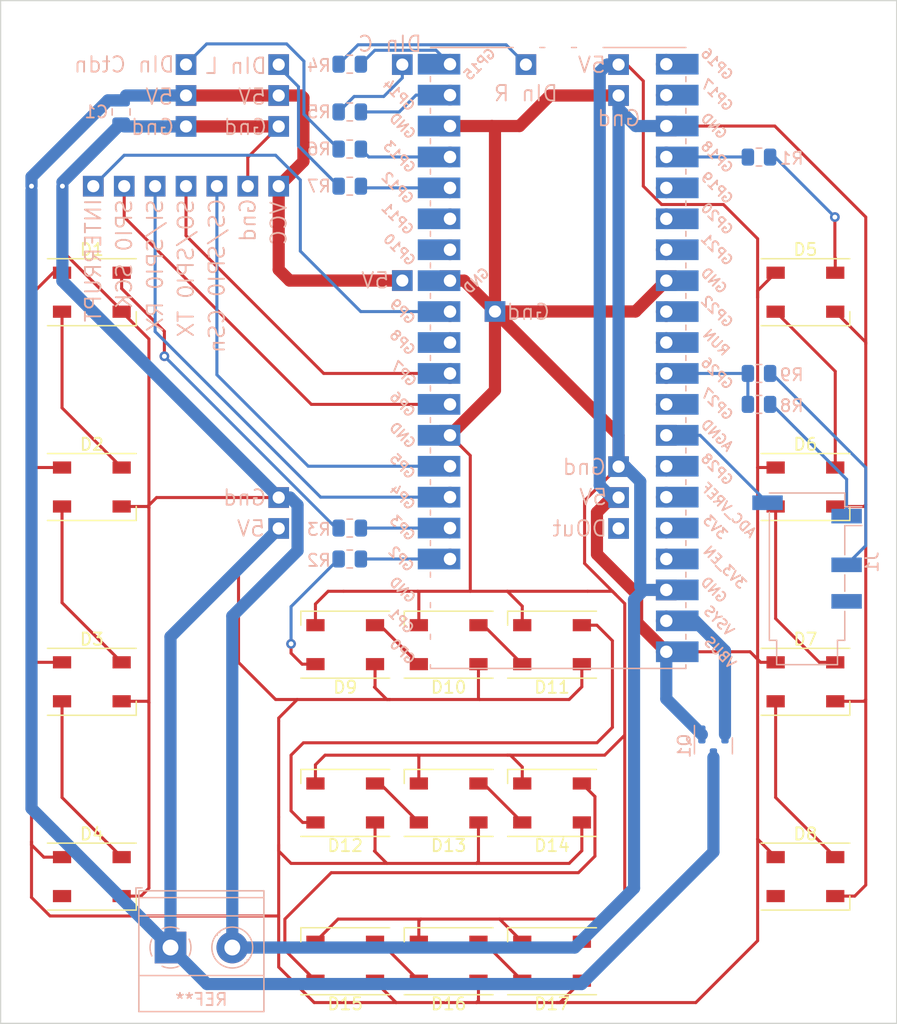
<source format=kicad_pcb>
(kicad_pcb (version 20221018) (generator pcbnew)
  (layers (0 "F.Cu" signal) (31 "B.Cu" signal) (34 "B.Paste" user) (35 "F.Paste" user) (36 "B.SilkS" user "B.Silkscreen") (37 "F.SilkS" user "F.Silkscreen") (38 "B.Mask" user) (39 "F.Mask" user) (44 "Edge.Cuts" user))
  (net 0 "")
  (net 3 "Net-(D10-DIN)")
  (net 5 "GND")
  (net 6 "Net-(D1-DIN)")
  (net 7 "Net-(D1-DOUT)")
  (net 8 "Net-(D2-DOUT)")
  (net 9 "Net-(D3-DOUT)")
  (net 10 "Net-(D5-DOUT)")
  (net 11 "Net-(D5-DIN)")
  (net 12 "Net-(D6-DOUT)")
  (net 13 "Net-(D7-DOUT)")
  (net 14 "Net-(D9-DIN)")
  (net 15 "Net-(D11-DOUT)")
  (net 16 "Net-(D12-DOUT)")
  (net 17 "Net-(D13-DOUT)")
  (net 18 "Net-(D14-DOUT)")
  (net 19 "Net-(D15-DOUT)")
  (net 20 "Net-(D16-DOUT)")
  (net 21 "Net-(D10-DOUT)")
  (net 22 "unconnected-(U1-GPIO5-Pad7)")
  (net 23 "unconnected-(U1-GPIO6-Pad9)")
  (net 24 "unconnected-(U1-GPIO7-Pad10)")
  (net 26 "unconnected-(U1-GPIO9-Pad12)")
  (net 41 "unconnected-(U1-GPIO4-Pad6)")
  (net 42 "Net-(U1-AGND)")
  (net 43 "Net-(U1-GPIO26_ADC0)")
  (net 45 "Net-(U1-GPIO18)")
  (net 46 "Net-(U1-GPIO2)")
  (net 47 "Net-(U1-GPIO3)")
  (net 48 "unconnected-(R4-Pad1)")
  (net 49 "Net-(U1-GPIO15)")
  (net 50 "unconnected-(R5-Pad1)")
  (net 51 "Net-(U1-GPIO14)")
  (net 52 "unconnected-(R6-Pad1)")
  (net 53 "Net-(U1-GPIO13)")
  (net 54 "unconnected-(R7-Pad1)")
  (net 55 "Net-(U1-GPIO12)")
  (net 56 "Net-(J1-PadR1)")
  (net 57 "Net-(J1-PadT)")
  (net 58 "Net-(Q1-S)")
  (net 59 "Net-(Q1-G)")
  (footprint "" (layer "F.Cu") (at 91.44 43.354)
    (fp_text reference "")
    (fp_text value "")
  )
  (footprint "LED_SMD:LED_SK6812_PLCC4_5.0x5.0mm_P3.2mm" (layer "F.Cu") (at 142.36 107.51)
    (fp_text reference "D8")
    (fp_text value "SK6812" hide)
  )
  (footprint "" (layer "F.Cu") (at 116.84 61.094)
    (fp_text reference "Gnd")
    (fp_text value "")
  )
  (footprint "" (layer "F.Cu") (at 99.06 40.814)
    (fp_text reference "DIn L")
    (fp_text value "")
  )
  (footprint "" (layer "F.Cu") (at 127 73.834)
    (fp_text reference "Gnd")
    (fp_text value "")
  )
  (footprint "" (layer "F.Cu") (at 127 43.354)
    (fp_text reference "Gnd")
    (fp_text value "")
  )
  (footprint "" (layer "F.Cu") (at 127 76.374)
    (fp_text reference "5V")
    (fp_text value "")
  )
  (footprint "LED_SMD:LED_SK6812_PLCC4_5.0x5.0mm_P3.2mm" (layer "F.Cu") (at 113.03 101.46 180)
    (fp_text reference "D13")
    (fp_text value "SK6812" hide)
  )
  (footprint "LED_SMD:LED_SK6812_PLCC4_5.0x5.0mm_P3.2mm" (layer "F.Cu") (at 142.36 91.51)
    (fp_text reference "D7")
    (fp_text value "SK6812" hide)
  )
  (footprint "LED_SMD:LED_SK6812_PLCC4_5.0x5.0mm_P3.2mm" (layer "F.Cu") (at 121.53 101.46 180)
    (fp_text reference "D14")
    (fp_text value "SK6812" hide)
  )
  (footprint "" (layer "F.Cu") (at 127 40.814)
    (fp_text reference "5V")
    (fp_text value "")
  )
  (footprint "LED_SMD:LED_SK6812_PLCC4_5.0x5.0mm_P3.2mm" (layer "F.Cu") (at 121.53 114.46 180)
    (fp_text reference "D17")
    (fp_text value "SK6812" hide)
  )
  (footprint "" (layer "F.Cu") (at 91.44 40.814)
    (fp_text reference "DIn Ctdn")
    (fp_text value "")
  )
  (footprint "" (layer "F.Cu") (at 99.06 78.914)
    (fp_text reference "5V")
    (fp_text value "")
  )
  (footprint "" (layer "F.Cu") (at 109.22 58.554)
    (fp_text reference "5V")
    (fp_text value "")
  )
  (footprint "LED_SMD:LED_SK6812_PLCC4_5.0x5.0mm_P3.2mm" (layer "F.Cu") (at 104.53 88.46 180)
    (fp_text reference "D9")
    (fp_text value "SK6812" hide)
  )
  (footprint "LED_SMD:LED_SK6812_PLCC4_5.0x5.0mm_P3.2mm" (layer "F.Cu") (at 142.36 59.51)
    (fp_text reference "D5")
    (fp_text value "SK6812" hide)
  )
  (footprint "LED_SMD:LED_SK6812_PLCC4_5.0x5.0mm_P3.2mm" (layer "F.Cu") (at 83.7 107.51)
    (fp_text reference "D4")
    (fp_text value "SK6812" hide)
  )
  (footprint "" (layer "F.Cu") (at 99.06 45.894)
    (fp_text reference "Gnd")
    (fp_text value "")
  )
  (footprint "LED_SMD:LED_SK6812_PLCC4_5.0x5.0mm_P3.2mm" (layer "F.Cu") (at 121.53 88.46 180)
    (fp_text reference "D11")
    (fp_text value "SK6812" hide)
  )
  (footprint "" (layer "F.Cu") (at 119.38 40.814)
    (fp_text reference "DIn R")
    (fp_text value "")
  )
  (footprint "" (layer "F.Cu") (at 91.44 45.894)
    (fp_text reference "")
    (fp_text value "")
  )
  (footprint "LED_SMD:LED_SK6812_PLCC4_5.0x5.0mm_P3.2mm" (layer "F.Cu") (at 113.03 114.46 180)
    (fp_text reference "D16")
    (fp_text value "SK6812" hide)
  )
  (footprint "" (layer "F.Cu") (at 127 78.914)
    (fp_text reference "DOut")
    (fp_text value "")
  )
  (footprint "LED_SMD:LED_SK6812_PLCC4_5.0x5.0mm_P3.2mm" (layer "F.Cu") (at 104.53 114.46 180)
    (fp_text reference "D15")
    (fp_text value "SK6812" hide)
  )
  (footprint "LED_SMD:LED_SK6812_PLCC4_5.0x5.0mm_P3.2mm" (layer "F.Cu") (at 142.36 75.51)
    (fp_text reference "D6")
    (fp_text value "SK6812" hide)
  )
  (footprint "" (layer "F.Cu") (at 109.22 40.814)
    (fp_text reference "DIn C")
    (fp_text value "")
  )
  (footprint "LED_SMD:LED_SK6812_PLCC4_5.0x5.0mm_P3.2mm" (layer "F.Cu") (at 83.7 91.51)
    (fp_text reference "D3")
    (fp_text value "SK6812" hide)
  )
  (footprint "LED_SMD:LED_SK6812_PLCC4_5.0x5.0mm_P3.2mm" (layer "F.Cu") (at 83.7 59.51)
    (fp_text reference "D1")
    (fp_text value "SK6812" hide)
  )
  (footprint "" (layer "F.Cu") (at 99.06 76.374)
    (fp_text reference "Gnd")
    (fp_text value "")
  )
  (footprint "LED_SMD:LED_SK6812_PLCC4_5.0x5.0mm_P3.2mm" (layer "F.Cu") (at 83.7 75.51)
    (fp_text reference "D2")
    (fp_text value "SK6812" hide)
  )
  (footprint "LED_SMD:LED_SK6812_PLCC4_5.0x5.0mm_P3.2mm" (layer "F.Cu") (at 104.53 101.46 180)
    (fp_text reference "D12")
    (fp_text value "SK6812" hide)
  )
  (footprint "" (layer "F.Cu") (at 99.06 43.354)
    (fp_text reference "5V")
    (fp_text value "")
  )
  (footprint "LED_SMD:LED_SK6812_PLCC4_5.0x5.0mm_P3.2mm" (layer "F.Cu") (at 113.03 88.46 180)
    (fp_text reference "D10")
    (fp_text value "SK6812" hide)
  )
  (footprint "Resistor_SMD:R_0805_2012Metric" (layer "B.Cu") (at 104.902 78.882518 180)
    (fp_text reference "R3")
    (fp_text value "470" hide)
  )
  (footprint "" (layer "B.Cu") (at 86.36 50.8 90)
    (fp_text reference "SPI0 SCK")
    (fp_text value "")
  )
  (footprint "Resistor_SMD:R_0805_2012Metric" (layer "B.Cu") (at 138.541377 48.411752)
    (fp_text reference "R1")
    (fp_text value "470" hide)
  )
  (footprint "Resistor_SMD:R_0805_2012Metric" (layer "B.Cu") (at 138.541377 68.722518)
    (fp_text reference "R8")
    (fp_text value "470" hide)
  )
  (footprint "TerminalBlock_Phoenix:TerminalBlock_Phoenix_MKDS-1,5-2-5.08_1x02_P5.08mm_Horizontal" (layer "B.Cu") (at 90.165 113.335)
    (fp_text reference "REF**")
    (fp_text value "TerminalBlock_Phoenix_MKDS-1,5-2-5.08_1x02_P5.08mm_Horizontal" hide)
  )
  (footprint "Capacitor_SMD:C_0805_2012Metric" (layer "B.Cu") (at 86.106 44.704 -90)
    (fp_text reference "C1")
    (fp_text value "1mf" hide)
  )
  (footprint "" (layer "B.Cu") (at 99.06 50.8 90)
    (fp_text reference "VCC")
    (fp_text value "")
  )
  (footprint "" (layer "B.Cu") (at 83.82 50.8 90)
    (fp_text reference "INTERRUPT")
    (fp_text value "")
  )
  (footprint "Resistor_SMD:R_0805_2012Metric" (layer "B.Cu") (at 138.541377 66.182518)
    (fp_text reference "R9")
    (fp_text value "470" hide)
  )
  (footprint "Resistor_SMD:R_0805_2012Metric" (layer "B.Cu") (at 104.902 44.704)
    (fp_text reference "R5")
    (fp_text value "470" hide)
  )
  (footprint "" (layer "B.Cu") (at 91.44 50.8 90)
    (fp_text reference "SO/SPI0 TX")
    (fp_text value "")
  )
  (footprint "Resistor_SMD:R_0805_2012Metric" (layer "B.Cu") (at 104.902 47.752)
    (fp_text reference "R6")
    (fp_text value "470" hide)
  )
  (footprint "MCU_RaspberryPi_and_Boards:RPi_Pico_SMD_TH_Voicebox" (layer "B.Cu") (at 122.031377 64.912518)
    (fp_text reference "U1" hide)
    (fp_text value "Pico")
  )
  (footprint "" (layer "B.Cu") (at 88.9 50.8 90)
    (fp_text reference "SI/SPI0 RX")
    (fp_text value "")
  )
  (footprint "" (layer "B.Cu") (at 93.98 50.8 90)
    (fp_text reference "CS/SPI0 CSn")
    (fp_text value "")
  )
  (footprint "Resistor_SMD:R_0805_2012Metric" (layer "B.Cu") (at 104.902 81.422518 180)
    (fp_text reference "R2")
    (fp_text value "470" hide)
  )
  (footprint "Resistor_SMD:R_0805_2012Metric" (layer "B.Cu") (at 104.902 50.8)
    (fp_text reference "R7")
    (fp_text value "470" hide)
  )
  (footprint "" (layer "B.Cu") (at 96.52 50.8 90)
    (fp_text reference "Gnd")
    (fp_text value "")
  )
  (footprint "Package_TO_SOT_SMD:SOT-23" (layer "B.Cu") (at 134.7955 96.774 -90)
    (fp_text reference "Q1")
    (fp_text value "DMG2305UX")
  )
  (footprint "Connector_Audio:Jack_3.5mm_PJ320D_Horizontal" (layer "B.Cu") (at 142.494 81.727 90)
    (fp_text reference "J1")
    (fp_text value "AudioJack4")
  )
  (footprint "Resistor_SMD:R_0805_2012Metric" (layer "B.Cu") (at 104.902 40.782518)
    (fp_text reference "R4")
    (fp_text value "470" hide)
  )
  (gr_line (start 149.86 35.56) (end 76.2 35.56) (stroke (width 0.1)) (layer "Edge.Cuts"))
  (gr_line (start 76.2 35.56) (end 76.2 119.56) (stroke (width 0.1)) (layer "Edge.Cuts"))
  (gr_line (start 149.86 119.56) (end 149.86 35.56) (stroke (width 0.1)) (layer "Edge.Cuts"))
  (gr_line (start 76.2 119.56) (end 149.86 119.56) (stroke (width 0.1)) (layer "Edge.Cuts"))
  (gr_text "5V" (at 89.239271 43.455966) (layer "B.SilkS") (effects (font (size 1.27 1.27)) (justify mirror)))
  (gr_text "Gnd" (at 88.693636 45.9477) (layer "B.SilkS") (effects (font (size 1.27 1.27)) (justify mirror)))
  (segment (start 106.98 86.86) (end 107.38 86.86) (width 0.25) (layer "F.Cu") (net 3))
  (segment (start 107.38 86.86) (end 110.58 90.06) (width 0.25) (layer "F.Cu") (net 3))
  (segment (start 116.84 67.563895) (end 116.84 61.094) (width 1) (layer "F.Cu") (net 5))
  (segment (start 127.508 109.474) (end 125.984 110.998) (width 0.25) (layer "F.Cu") (net 5))
  (segment (start 87.74 109.11) (end 86.15 109.11) (width 0.25) (layer "F.Cu") (net 5))
  (segment (start 124.46 84.074) (end 126.492 84.074) (width 0.25) (layer "F.Cu") (net 5))
  (segment (start 118.11 97.536) (end 117.856 97.536) (width 0.25) (layer "F.Cu") (net 5))
  (segment (start 116.84 61.482) (end 116.452 61.094) (width 0.25) (layer "F.Cu") (net 5))
  (segment (start 126.746 84.328) (end 124.206 81.788) (width 0.25) (layer "F.Cu") (net 5))
  (segment (start 130.809895 84.074) (end 130.921377 83.962518) (width 0.25) (layer "F.Cu") (net 5))
  (segment (start 86.15 61.11) (end 88.392 63.352) (width 0.25) (layer "F.Cu") (net 5))
  (segment (start 127 43.354) (end 127.08 43.354) (width 0.25) (layer "F.Cu") (net 5))
  (segment (start 147.32 76.962) (end 147.32 92.964) (width 0.25) (layer "F.Cu") (net 5))
  (segment (start 147.32 63.62) (end 147.32 63.754) (width 0.25) (layer "F.Cu") (net 5))
  (segment (start 131.041859 45.983) (end 130.921377 45.862518) (width 0.25) (layer "F.Cu") (net 5))
  (segment (start 88.286 77.11) (end 88.392 77.216) (width 0.25) (layer "F.Cu") (net 5))
  (segment (start 144.81 61.11) (end 147.32 63.62) (width 0.25) (layer "F.Cu") (net 5))
  (segment (start 104.394 84.074) (end 103.124 84.074) (width 0.25) (layer "F.Cu") (net 5))
  (segment (start 110.58 99.86) (end 110.58 97.626) (width 0.25) (layer "F.Cu") (net 5))
  (segment (start 103.124 84.074) (end 102.08 85.118) (width 0.25) (layer "F.Cu") (net 5))
  (segment (start 86.15 77.11) (end 88.286 77.11) (width 0.25) (layer "F.Cu") (net 5))
  (segment (start 110.58 111.162) (end 110.744 110.998) (width 0.25) (layer "F.Cu") (net 5))
  (segment (start 88.392 63.352) (end 88.392 77.216) (width 0.25) (layer "F.Cu") (net 5))
  (segment (start 114.808 84.074) (end 110.49 84.074) (width 0.25) (layer "F.Cu") (net 5))
  (segment (start 119.08 99.86) (end 119.08 98.506) (width 0.25) (layer "F.Cu") (net 5))
  (segment (start 147.32 63.754) (end 147.32 53.34) (width 0.25) (layer "F.Cu") (net 5))
  (segment (start 86.15 93.11) (end 88.284 93.11) (width 0.25) (layer "F.Cu") (net 5))
  (segment (start 126.746 84.328) (end 127.508 85.09) (width 0.25) (layer "F.Cu") (net 5))
  (segment (start 116.586 45.862518) (end 113.141377 45.862518) (width 1) (layer "F.Cu") (net 5))
  (segment (start 99.06 45.894) (end 92.282 45.894) (width 1) (layer "F.Cu") (net 5))
  (segment (start 117.856 97.536) (end 110.49 97.536) (width 0.25) (layer "F.Cu") (net 5))
  (segment (start 88.392 77.216) (end 88.392 93.218) (width 0.25) (layer "F.Cu") (net 5))
  (segment (start 144.81 93.11) (end 147.174 93.11) (width 0.25) (layer "F.Cu") (net 5))
  (segment (start 110.58 97.626) (end 110.49 97.536) (width 0.25) (layer "F.Cu") (net 5))
  (segment (start 110.58 84.164) (end 110.49 84.074) (width 0.25) (layer "F.Cu") (net 5))
  (segment (start 99.091482 45.862518) (end 99.06 45.894) (width 0.25) (layer "F.Cu") (net 5))
  (segment (start 119.08 86.86) (end 119.08 85.298) (width 0.25) (layer "F.Cu") (net 5))
  (segment (start 114.808 72.929141) (end 113.141377 71.262518) (width 0.25) (layer "F.Cu") (net 5))
  (segment (start 113.141377 71.262518) (end 116.84 67.563895) (width 1) (layer "F.Cu") (net 5))
  (segment (start 125.984 110.998) (end 117.218 110.998) (width 0.25) (layer "F.Cu") (net 5))
  (segment (start 118.851482 45.862518) (end 121.36 43.354) (width 1) (layer "F.Cu") (net 5))
  (segment (start 127.508 95.885) (end 125.857 97.536) (width 0.25) (layer "F.Cu") (net 5))
  (segment (start 119.08 85.298) (end 117.856 84.074) (width 0.25) (layer "F.Cu") (net 5))
  (segment (start 139.842518 45.862518) (end 147.32 53.34) (width 0.25) (layer "F.Cu") (net 5))
  (segment (start 86.15 61.004) (end 86.15 61.11) (width 0.25) (layer "F.Cu") (net 5))
  (segment (start 96.52 50.8) (end 96.52 48.434) (width 0.25) (layer "F.Cu") (net 5))
  (segment (start 102.87 97.536) (end 102.08 98.326) (width 0.25) (layer "F.Cu") (net 5))
  (segment (start 147.174 93.11) (end 147.32 92.964) (width 0.25) (layer "F.Cu") (net 5))
  (segment (start 88.284 93.11) (end 88.392 93.218) (width 0.25) (layer "F.Cu") (net 5))
  (segment (start 125.857 97.536) (end 117.856 97.536) (width 0.25) (layer "F.Cu") (net 5))
  (segment (start 127.56 73.834) (end 127 73.834) (width 1) (layer "F.Cu") (net 5))
  (segment (start 81.28 56.134) (end 86.15 61.004) (width 0.25) (layer "F.Cu") (net 5))
  (segment (start 110.744 110.998) (end 103.942 110.998) (width 0.25) (layer "F.Cu") (net 5))
  (segment (start 116.84 61.094) (end 116.84 46.116518) (width 1) (layer "F.Cu") (net 5))
  (segment (start 116.84 61.094) (end 128.389895 61.094) (width 1) (layer "F.Cu") (net 5))
  (segment (start 110.49 84.074) (end 104.394 84.074) (width 0.25) (layer "F.Cu") (net 5))
  (segment (start 119.08 112.86) (end 117.218 110.998) (width 0.25) (layer "F.Cu") (net 5))
  (segment (start 118.851482 45.862518) (end 116.586 45.862518) (width 1) (layer "F.Cu") (net 5))
  (segment (start 102.08 85.118) (end 102.08 86.86) (width 0.25) (layer "F.Cu") (net 5))
  (segment (start 127.508 95.885) (end 127.508 109.474) (width 0.25) (layer "F.Cu") (net 5))
  (segment (start 127.508 85.09) (end 127.508 95.885) (width 0.25) (layer "F.Cu") (net 5))
  (segment (start 88.392 108.458) (end 87.74 109.11) (width 0.25) (layer "F.Cu") (net 5))
  (segment (start 121.36 43.354) (end 127 43.354) (width 1) (layer "F.Cu") (net 5))
  (segment (start 113.141377 58.562518) (end 114.308518 58.562518) (width 1) (layer "F.Cu") (net 5))
  (segment (start 127 73.834) (end 127 71.254) (width 1) (layer "F.Cu") (net 5))
  (segment (start 130.921377 45.862518) (end 139.842518 45.862518) (width 0.25) (layer "F.Cu") (net 5))
  (segment (start 110.58 86.86) (end 110.58 84.164) (width 0.25) (layer "F.Cu") (net 5))
  (segment (start 103.942 110.998) (end 102.08 112.86) (width 0.25) (layer "F.Cu") (net 5))
  (segment (start 89.022 76.374) (end 88.286 77.11) (width 0.25) (layer "F.Cu") (net 5))
  (segment (start 117.218 110.998) (end 110.744 110.998) (width 0.25) (layer "F.Cu") (net 5))
  (segment (start 147.172 77.11) (end 147.32 76.962) (width 0.25) (layer "F.Cu") (net 5))
  (segment (start 116.84 46.116518) (end 116.586 45.862518) (width 1) (layer "F.Cu") (net 5))
  (segment (start 147.32 92.964) (end 147.32 108.204) (width 0.25) (layer "F.Cu") (net 5))
  (segment (start 88.392 93.218) (end 88.392 108.458) (width 0.25) (layer "F.Cu") (net 5))
  (segment (start 81.28 50.48) (end 81.28 50.8) (width 0.25) (layer "F.Cu") (net 5))
  (segment (start 117.856 84.074) (end 124.46 84.074) (width 0.25) (layer "F.Cu") (net 5))
  (segment (start 99.06 76.374) (end 89.022 76.374) (width 0.25) (layer "F.Cu") (net 5))
  (segment (start 144.81 77.11) (end 147.172 77.11) (width 0.25) (layer "F.Cu") (net 5))
  (segment (start 147.32 63.754) (end 147.32 76.962) (width 0.25) (layer "F.Cu") (net 5))
  (segment (start 119.08 98.506) (end 118.11 97.536) (width 0.25) (layer "F.Cu") (net 5))
  (segment (start 117.856 84.074) (end 114.808 84.074) (width 0.25) (layer "F.Cu") (net 5))
  (segment (start 81.28 50.8) (end 81.28 56.134) (width 0.25) (layer "F.Cu") (net 5))
  (segment (start 96.52 48.434) (end 99.06 45.894) (width 0.25) (layer "F.Cu") (net 5))
  (segment (start 102.08 98.326) (end 102.08 99.86) (width 0.25) (layer "F.Cu") (net 5))
  (segment (start 124.206 81.788) (end 124.206 76.628) (width 0.25) (layer "F.Cu") (net 5))
  (segment (start 114.808 72.929141) (end 114.808 84.074) (width 0.25) (layer "F.Cu") (net 5))
  (segment (start 124.206 76.628) (end 127 73.834) (width 0.25) (layer "F.Cu") (net 5))
  (segment (start 114.308518 58.562518) (end 116.84 61.094) (width 1) (layer "F.Cu") (net 5))
  (segment (start 126.492 84.074) (end 126.746 84.328) (width 0.25) (layer "F.Cu") (net 5))
  (segment (start 110.58 112.86) (end 110.58 111.162) (width 0.25) (layer "F.Cu") (net 5))
  (segment (start 147.32 108.204) (end 146.414 109.11) (width 0.25) (layer "F.Cu") (net 5))
  (segment (start 110.49 97.536) (end 102.87 97.536) (width 0.25) (layer "F.Cu") (net 5))
  (segment (start 146.414 109.11) (end 144.81 109.11) (width 0.25) (layer "F.Cu") (net 5))
  (segment (start 127 71.254) (end 116.84 61.094) (width 1) (layer "F.Cu") (net 5))
  (segment (start 128.389895 61.094) (end 130.921377 58.562518) (width 1) (layer "F.Cu") (net 5))
  (via (at 81.28 50.8) (size 0.8) (drill 0.4) (layers "F.Cu" "B.Cu") (net 5))
  (segment (start 81.28 50.8) (end 81.28 50.546) (width 0.25) (layer "B.Cu") (net 5))
  (segment (start 100.61 76.988) (end 99.996 76.374) (width 1) (layer "B.Cu") (net 5))
  (segment (start 99.996 76.374) (end 99.06 76.374) (width 1) (layer "B.Cu") (net 5))
  (segment (start 86.346 45.894) (end 86.106 45.654) (width 0.25) (layer "B.Cu") (net 5))
  (segment (start 127.56 73.834) (end 128.778 75.052) (width 1) (layer "B.Cu") (net 5))
  (segment (start 99.06 76.374) (end 81.28 58.594) (width 1) (layer "B.Cu") (net 5))
  (segment (start 128.778 83.669141) (end 129.071377 83.962518) (width 1) (layer "B.Cu") (net 5))
  (segment (start 128.778 75.052) (end 128.778 83.669141) (width 1) (layer "B.Cu") (net 5))
  (segment (start 91.44 45.894) (end 86.346 45.894) (width 1) (layer "B.Cu") (net 5))
  (segment (start 123.393 113.335) (end 128.27 108.458) (width 1) (layer "B.Cu") (net 5))
  (segment (start 95.245 113.335) (end 95.245 86.111) (width 1) (layer "B.Cu") (net 5))
  (segment (start 127 73.834) (end 127 43.354) (width 1) (layer "B.Cu") (net 5))
  (segment (start 127 44.45) (end 128.412518 45.862518) (width 1) (layer "B.Cu") (net 5))
  (segment (start 128.27 84.763895) (end 129.071377 83.962518) (width 1) (layer "B.Cu") (net 5))
  (segment (start 100.61 80.746) (end 100.61 76.988) (width 1) (layer "B.Cu") (net 5))
  (segment (start 128.27 108.458) (end 128.27 84.763895) (width 1) (layer "B.Cu") (net 5))
  (segment (start 95.245 86.111) (end 100.61 80.746) (width 1) (layer "B.Cu") (net 5))
  (segment (start 86.106 45.654) (end 81.28 50.48) (width 1) (layer "B.Cu") (net 5))
  (segment (start 81.28 58.594) (end 81.28 50.8) (width 1) (layer "B.Cu") (net 5))
  (segment (start 95.245 113.335) (end 123.393 113.335) (width 1) (layer "B.Cu") (net 5))
  (segment (start 129.071377 83.962518) (end 130.921377 83.962518) (width 1) (layer "B.Cu") (net 5))
  (segment (start 128.412518 45.862518) (end 130.921377 45.862518) (width 1) (layer "B.Cu") (net 5))
  (segment (start 127 43.354) (end 127 44.45) (width 1) (layer "B.Cu") (net 5))
  (segment (start 86.15 59.21) (end 86.15 57.91) (width 0.25) (layer "F.Cu") (net 6))
  (segment (start 89.662 62.722) (end 86.15 59.21) (width 0.25) (layer "F.Cu") (net 6))
  (segment (start 89.662 64.77) (end 89.662 62.722) (width 0.25) (layer "F.Cu") (net 6))
  (via (at 89.662 64.77) (size 0.8) (drill 0.4) (layers "F.Cu" "B.Cu") (net 6))
  (segment (start 103.9895 78.882518) (end 103.774518 78.882518) (width 0.25) (layer "B.Cu") (net 6))
  (segment (start 103.774518 78.882518) (end 89.662 64.77) (width 0.25) (layer "B.Cu") (net 6))
  (segment (start 81.25 61.11) (end 81.25 69.01) (width 0.25) (layer "F.Cu") (net 7))
  (segment (start 81.25 69.01) (end 86.15 73.91) (width 0.25) (layer "F.Cu") (net 7))
  (segment (start 81.25 77.11) (end 81.25 85.01) (width 0.25) (layer "F.Cu") (net 8))
  (segment (start 81.25 85.01) (end 86.15 89.91) (width 0.25) (layer "F.Cu") (net 8))
  (segment (start 81.25 101.01) (end 86.15 105.91) (width 0.25) (layer "F.Cu") (net 9))
  (segment (start 81.25 93.11) (end 81.25 101.01) (width 0.25) (layer "F.Cu") (net 9))
  (segment (start 144.81 73.91) (end 144.81 66.01) (width 0.25) (layer "F.Cu") (net 10))
  (segment (start 144.81 66.01) (end 139.91 61.11) (width 0.25) (layer "F.Cu") (net 10))
  (segment (start 144.78 56.642) (end 144.81 56.672) (width 0.25) (layer "F.Cu") (net 11))
  (segment (start 144.78 53.34) (end 144.78 56.642) (width 0.25) (layer "F.Cu") (net 11))
  (segment (start 144.81 57.91) (end 144.81 56.672) (width 0.25) (layer "F.Cu") (net 11))
  (via (at 144.78 53.34) (size 0.8) (drill 0.4) (layers "F.Cu" "B.Cu") (net 11))
  (segment (start 144.78 53.34) (end 139.851752 48.411752) (width 0.25) (layer "B.Cu") (net 11))
  (segment (start 144.78 53.086) (end 144.78 53.34) (width 0.25) (layer "B.Cu") (net 11))
  (segment (start 139.851752 48.411752) (end 139.453877 48.411752) (width 0.25) (layer "B.Cu") (net 11))
  (segment (start 144.81 89.91) (end 143.504 89.91) (width 0.25) (layer "F.Cu") (net 12))
  (segment (start 143.504 89.91) (end 139.91 86.316) (width 0.25) (layer "F.Cu") (net 12))
  (segment (start 139.91 86.316) (end 139.91 77.11) (width 0.25) (layer "F.Cu") (net 12))
  (segment (start 139.91 101.01) (end 144.81 105.91) (width 0.25) (layer "F.Cu") (net 13))
  (segment (start 139.91 93.11) (end 139.91 101.01) (width 0.25) (layer "F.Cu") (net 13))
  (segment (start 100.076 88.392) (end 100.076 89.154) (width 0.25) (layer "F.Cu") (net 14))
  (segment (start 100.982 90.06) (end 102.08 90.06) (width 0.25) (layer "F.Cu") (net 14))
  (segment (start 100.076 89.154) (end 100.982 90.06) (width 0.25) (layer "F.Cu") (net 14))
  (via (at 100.076 88.392) (size 0.8) (drill 0.4) (layers "F.Cu" "B.Cu") (net 14))
  (segment (start 100.076 88.392) (end 100.076 88.138) (width 0.25) (layer "B.Cu") (net 14))
  (segment (start 103.9895 81.422518) (end 100.076 85.336018) (width 0.25) (layer "B.Cu") (net 14))
  (segment (start 100.076 85.336018) (end 100.076 88.392) (width 0.25) (layer "B.Cu") (net 14))
  (segment (start 100.076 97.536) (end 100.076 102.108) (width 0.25) (layer "F.Cu") (net 15))
  (segment (start 100.076 102.108) (end 101.028 103.06) (width 0.25) (layer "F.Cu") (net 15))
  (segment (start 101.028 103.06) (end 102.08 103.06) (width 0.25) (layer "F.Cu") (net 15))
  (segment (start 126.492 88.138) (end 126.492 95.25) (width 0.25) (layer "F.Cu") (net 15))
  (segment (start 125.222 96.52) (end 101.092 96.52) (width 0.25) (layer "F.Cu") (net 15))
  (segment (start 101.092 96.52) (end 100.076 97.536) (width 0.25) (layer "F.Cu") (net 15))
  (segment (start 126.492 95.25) (end 125.222 96.52) (width 0.25) (layer "F.Cu") (net 15))
  (segment (start 125.214 86.86) (end 126.492 88.138) (width 0.25) (layer "F.Cu") (net 15))
  (segment (start 123.98 86.86) (end 125.214 86.86) (width 0.25) (layer "F.Cu") (net 15))
  (segment (start 107.38 99.86) (end 110.58 103.06) (width 0.25) (layer "F.Cu") (net 16))
  (segment (start 106.98 99.86) (end 107.38 99.86) (width 0.25) (layer "F.Cu") (net 16))
  (segment (start 115.48 99.86) (end 115.88 99.86) (width 0.25) (layer "F.Cu") (net 17))
  (segment (start 115.88 99.86) (end 119.08 103.06) (width 0.25) (layer "F.Cu") (net 17))
  (segment (start 123.98 99.86) (end 125.055 100.935) (width 0.25) (layer "F.Cu") (net 18))
  (segment (start 125.055 100.935) (end 125.055 105.831) (width 0.25) (layer "F.Cu") (net 18))
  (segment (start 99.568 113.538) (end 102.08 116.05) (width 0.25) (layer "F.Cu") (net 18))
  (segment (start 99.568 110.998) (end 99.568 113.538) (width 0.25) (layer "F.Cu") (net 18))
  (segment (start 125.055 105.831) (end 123.698 107.188) (width 0.25) (layer "F.Cu") (net 18))
  (segment (start 102.08 116.05) (end 102.08 116.06) (width 0.25) (layer "F.Cu") (net 18))
  (segment (start 123.698 107.188) (end 103.378 107.188) (width 0.25) (layer "F.Cu") (net 18))
  (segment (start 103.378 107.188) (end 99.568 110.998) (width 0.25) (layer "F.Cu") (net 18))
  (segment (start 107.38 112.86) (end 110.58 116.06) (width 0.25) (layer "F.Cu") (net 19))
  (segment (start 106.98 112.86) (end 107.38 112.86) (width 0.25) (layer "F.Cu") (net 19))
  (segment (start 115.88 112.86) (end 119.08 116.06) (width 0.25) (layer "F.Cu") (net 20))
  (segment (start 115.48 112.86) (end 115.88 112.86) (width 0.25) (layer "F.Cu") (net 20))
  (segment (start 115.88 86.86) (end 119.08 90.06) (width 0.25) (layer "F.Cu") (net 21))
  (segment (start 115.48 86.86) (end 115.88 86.86) (width 0.25) (layer "F.Cu") (net 21))
  (segment (start 93.98 66.294) (end 101.488518 73.802518) (width 0.25) (layer "B.Cu") (net 22))
  (segment (start 101.488518 73.802518) (end 113.141377 73.802518) (width 0.25) (layer "B.Cu") (net 22))
  (segment (start 93.98 50.8) (end 93.98 66.294) (width 0.25) (layer "B.Cu") (net 22))
  (segment (start 101.742518 68.722518) (end 113.141377 68.722518) (width 0.25) (layer "F.Cu") (net 23))
  (segment (start 101.742518 68.722518) (end 86.36 53.34) (width 0.25) (layer "F.Cu") (net 23))
  (segment (start 86.36 53.34) (end 86.36 50.8) (width 0.25) (layer "F.Cu") (net 23))
  (segment (start 102.758518 66.182518) (end 113.141377 66.182518) (width 0.25) (layer "F.Cu") (net 24))
  (segment (start 91.44 50.8) (end 91.44 54.864) (width 0.25) (layer "F.Cu") (net 24))
  (segment (start 91.44 54.864) (end 102.758518 66.182518) (width 0.25) (layer "F.Cu") (net 24))
  (segment (start 86.36 48.26) (end 83.82 50.8) (width 0.25) (layer "B.Cu") (net 26))
  (segment (start 100.838 50.292) (end 98.806 48.26) (width 0.25) (layer "B.Cu") (net 26))
  (segment (start 100.838 56.134) (end 100.838 50.292) (width 0.25) (layer "B.Cu") (net 26))
  (segment (start 105.806518 61.102518) (end 100.838 56.134) (width 0.25) (layer "B.Cu") (net 26))
  (segment (start 98.806 48.26) (end 86.36 48.26) (width 0.25) (layer "B.Cu") (net 26))
  (segment (start 113.141377 61.102518) (end 105.806518 61.102518) (width 0.25) (layer "B.Cu") (net 26))
  (segment (start 88.9 62.738) (end 88.9 50.8) (width 0.25) (layer "B.Cu") (net 41))
  (segment (start 113.141377 76.342518) (end 102.504518 76.342518) (width 0.25) (layer "B.Cu") (net 41))
  (segment (start 102.504518 76.342518) (end 88.9 62.738) (width 0.25) (layer "B.Cu") (net 41))
  (segment (start 133.704518 71.262518) (end 130.921377 71.262518) (width 0.25) (layer "B.Cu") (net 42))
  (segment (start 139.244 76.802) (end 133.704518 71.262518) (width 0.25) (layer "B.Cu") (net 42))
  (segment (start 137.628877 66.182518) (end 130.921377 66.182518) (width 0.25) (layer "B.Cu") (net 43))
  (segment (start 137.628877 66.182518) (end 137.628877 68.722518) (width 0.25) (layer "B.Cu") (net 43))
  (segment (start 137.619643 48.402518) (end 130.921377 48.402518) (width 0.25) (layer "B.Cu") (net 45))
  (segment (start 137.628877 48.411752) (end 137.619643 48.402518) (width 0.25) (layer "B.Cu") (net 45))
  (segment (start 113.141377 81.422518) (end 105.8145 81.422518) (width 0.25) (layer "B.Cu") (net 46))
  (segment (start 113.141377 78.882518) (end 105.8145 78.882518) (width 0.25) (layer "B.Cu") (net 47))
  (segment (start 117.755 39.189) (end 105.583018 39.189) (width 0.25) (layer "B.Cu") (net 48))
  (segment (start 105.583018 39.189) (end 103.9895 40.782518) (width 0.25) (layer "B.Cu") (net 48))
  (segment (start 119.38 40.814) (end 117.755 39.189) (width 0.25) (layer "B.Cu") (net 48))
  (segment (start 111.997859 39.639) (end 106.958018 39.639) (width 0.25) (layer "B.Cu") (net 49))
  (segment (start 113.141377 40.782518) (end 111.997859 39.639) (width 0.25) (layer "B.Cu") (net 49))
  (segment (start 106.958018 39.639) (end 105.8145 40.782518) (width 0.25) (layer "B.Cu") (net 49))
  (segment (start 103.9895 44.704) (end 105.2595 43.434) (width 0.25) (layer "B.Cu") (net 50))
  (segment (start 105.2595 43.434) (end 107.696 43.434) (width 0.25) (layer "B.Cu") (net 50))
  (segment (start 109.22 41.91) (end 109.22 40.814) (width 0.25) (layer "B.Cu") (net 50))
  (segment (start 107.696 43.434) (end 109.22 41.91) (width 0.25) (layer "B.Cu") (net 50))
  (segment (start 108.966 44.704) (end 105.8145 44.704) (width 0.25) (layer "B.Cu") (net 51))
  (segment (start 110.347482 43.322518) (end 108.966 44.704) (width 0.25) (layer "B.Cu") (net 51))
  (segment (start 113.141377 43.322518) (end 110.347482 43.322518) (width 0.25) (layer "B.Cu") (net 51))
  (segment (start 103.9895 47.752) (end 101.135 44.8975) (width 0.25) (layer "B.Cu") (net 52))
  (segment (start 101.135 40.539) (end 99.712 39.116) (width 0.25) (layer "B.Cu") (net 52))
  (segment (start 99.712 39.116) (end 93.138 39.116) (width 0.25) (layer "B.Cu") (net 52))
  (segment (start 101.135 44.8975) (end 101.135 40.539) (width 0.25) (layer "B.Cu") (net 52))
  (segment (start 93.138 39.116) (end 91.44 40.814) (width 0.25) (layer "B.Cu") (net 52))
  (segment (start 113.141377 48.402518) (end 106.465018 48.402518) (width 0.25) (layer "B.Cu") (net 53))
  (segment (start 106.465018 48.402518) (end 105.8145 47.752) (width 0.25) (layer "B.Cu") (net 53))
  (segment (start 99.06 41.004) (end 99.06 40.814) (width 0.25) (layer "F.Cu") (net 54))
  (segment (start 100.685 42.629) (end 99.06 41.004) (width 0.25) (layer "B.Cu") (net 54))
  (segment (start 103.9895 50.8) (end 100.685 47.4955) (width 0.25) (layer "B.Cu") (net 54))
  (segment (start 100.685 47.4955) (end 100.685 42.629) (width 0.25) (layer "B.Cu") (net 54))
  (segment (start 105.957018 50.942518) (end 105.8145 50.8) (width 0.25) (layer "B.Cu") (net 55))
  (segment (start 113.141377 50.942518) (end 105.957018 50.942518) (width 0.25) (layer "B.Cu") (net 55))
  (segment (start 145.744 81.902) (end 147.319 80.327) (width 0.25) (layer "B.Cu") (net 56))
  (segment (start 139.588518 66.182518) (end 139.453877 66.182518) (width 0.25) (layer "B.Cu") (net 56))
  (segment (start 147.319 80.327) (end 147.319 73.913) (width 0.25) (layer "B.Cu") (net 56))
  (segment (start 147.319 73.913) (end 139.588518 66.182518) (width 0.25) (layer "B.Cu") (net 56))
  (segment (start 145.744 74.878) (end 139.588518 68.722518) (width 0.25) (layer "B.Cu") (net 57))
  (segment (start 139.588518 68.722518) (end 139.453877 68.722518) (width 0.25) (layer "B.Cu") (net 57))
  (segment (start 145.744 77.902) (end 145.744 74.878) (width 0.25) (layer "B.Cu") (net 57))
  (segment (start 133.281377 86.502518) (end 130.921377 86.502518) (width 1) (layer "B.Cu") (net 58))
  (segment (start 135.7455 95.8365) (end 135.7455 88.966641) (width 1) (layer "B.Cu") (net 58))
  (segment (start 135.7455 88.966641) (end 133.281377 86.502518) (width 1) (layer "B.Cu") (net 58))
  (segment (start 99.06 110.744) (end 99.06 104.902) (width 0.25) (layer "F.Cu") (net 59))
  (segment (start 126.44 76.374) (end 127 76.374) (width 1) (layer "F.Cu") (net 59))
  (segment (start 99.06 50.8) (end 101.092 48.768) (width 1) (layer "F.Cu") (net 59))
  (segment (start 108.712 117.856) (end 101.976 117.856) (width 0.25) (layer "F.Cu") (net 59))
  (segment (start 80.52 57.91) (end 78.74 59.69) (width 0.25) (layer "F.Cu") (net 59))
  (segment (start 127.682 40.814) (end 127 40.814) (width 0.25) (layer "F.Cu") (net 59))
  (segment (start 100.91 43.354) (end 99.06 43.354) (width 1) (layer "F.Cu") (net 59))
  (segment (start 78.74 89.916) (end 78.74 104.648) (width 0.25) (layer "F.Cu") (net 59))
  (segment (start 78.74 59.69) (end 78.74 50.8) (width 0.25) (layer "F.Cu") (net 59))
  (segment (start 139.91 73.91) (end 138.434 73.91) (width 0.25) (layer "F.Cu") (net 59))
  (segment (start 99.06 43.354) (end 91.44 43.354) (width 1) (layer "F.Cu") (net 59))
  (segment (start 99.06 114.94) (end 99.06 110.744) (width 0.25) (layer "F.Cu") (net 59))
  (segment (start 123.98 105.382) (end 122.936 106.426) (width 0.25) (layer "F.Cu") (net 59))
  (segment (start 79.764 105.91) (end 81.25 105.91) (width 0.25) (layer "F.Cu") (net 59))
  (segment (start 101.092 48.768) (end 101.092 43.536) (width 1) (layer "F.Cu") (net 59))
  (segment (start 106.934 91.948) (end 106.98 91.902) (width 0.25) (layer "F.Cu") (net 59))
  (segment (start 108.204 92.964) (end 107.95 92.964) (width 0.25) (layer "F.Cu") (net 59))
  (segment (start 107.95 106.426) (end 106.934 105.41) (width 0.25) (layer "F.Cu") (net 59))
  (segment (start 115.316 106.426) (end 107.95 106.426) (width 0.25) (layer "F.Cu") (net 59))
  (segment (start 80.264 110.744) (end 99.06 110.744) (width 0.25) (layer "F.Cu") (net 59))
  (segment (start 101.976 117.856) (end 99.06 114.94) (width 0.25) (layer "F.Cu") (net 59))
  (segment (start 128.524 86.645141) (end 130.921377 89.042518) (width 1) (layer "F.Cu") (net 59))
  (segment (start 101.092 43.536) (end 100.91 43.354) (width 1) (layer "F.Cu") (net 59))
  (segment (start 78.744 73.91) (end 78.74 73.914) (width 0.25) (layer "F.Cu") (net 59))
  (segment (start 122.184 117.856) (end 123.98 116.06) (width 0.25) (layer "F.Cu") (net 59))
  (segment (start 109.22 58.42) (end 109.22 58.554) (width 0.25) (layer "F.Cu") (net 59))
  (segment (start 78.74 73.914) (end 78.74 89.916) (width 0.25) (layer "F.Cu") (net 59))
  (segment (start 115.48 106.262) (end 115.316 106.426) (width 0.25) (layer "F.Cu") (net 59))
  (segment (start 95.758 82.216) (end 99.06 78.914) (width 0.25) (layer "F.Cu") (net 59))
  (segment (start 79.756 105.918) (end 79.764 105.91) (width 0.25) (layer "F.Cu") (net 59))
  (segment (start 78.74 104.648) (end 78.74 109.22) (width 0.25) (layer "F.Cu") (net 59))
  (segment (start 115.57 92.964) (end 108.204 92.964) (width 0.25) (layer "F.Cu") (net 59))
  (segment (start 100.076 106.426) (end 107.95 106.426) (width 0.25) (layer "F.Cu") (net 59))
  (segment (start 78.74 104.902) (end 79.756 105.918) (width 0.25) (layer "F.Cu") (net 59))
  (segment (start 107.95 92.964) (end 106.934 91.948) (width 0.25) (layer "F.Cu") (net 59))
  (segment (start 81.25 57.91) (end 80.52 57.91) (width 0.25) (layer "F.Cu") (net 59))
  (segment (start 115.48 117.692) (end 115.316 117.856) (width 0.25) (layer "F.Cu") (net 59))
  (segment (start 138.43 59.944) (end 138.43 59.39) (width 0.25) (layer "F.Cu") (net 59))
  (segment (start 106.98 116.06) (end 106.98 116.124) (width 0.25) (layer "F.Cu") (net 59))
  (segment (start 106.934 105.41) (end 106.98 105.364) (width 0.25) (layer "F.Cu") (net 59))
  (segment (start 78.74 104.648) (end 78.74 104.902) (width 0.25) (layer "F.Cu") (net 59))
  (segment (start 138.43 104.43) (end 139.91 105.91) (width 0.25) (layer "F.Cu") (net 59))
  (segment (start 106.98 116.124) (end 108.712 117.856) (width 0.25) (layer "F.Cu") (net 59))
  (segment (start 78.746 89.91) (end 78.74 89.916) (width 0.25) (layer "F.Cu") (net 59))
  (segment (start 122.936 92.964) (end 115.57 92.964) (width 0.25) (layer "F.Cu") (net 59))
  (segment (start 128.524 86.645141) (end 128.524 84.328) (width 1) (layer "F.Cu") (net 59))
  (segment (start 81.25 89.91) (end 78.746 89.91) (width 0.25) (layer "F.Cu") (net 59))
  (segment (start 99.06 102.616) (end 99.06 104.902) (width 0.25) (layer "F.Cu") (net 59))
  (segment (start 129.032 42.164) (end 127.682 40.814) (width 0.25) (layer "F.Cu") (net 59))
  (segment (start 115.316 117.856) (end 121.92 117.856) (width 0.25) (layer "F.Cu") (net 59))
  (segment (start 115.48 103.06) (end 115.48 106.262) (width 0.25) (layer "F.Cu") (net 59))
  (segment (start 99.06 50.8) (end 99.06 57.658) (width 1) (layer "F.Cu") (net 59))
  (segment (start 100.584 92.964) (end 99.06 94.488) (width 0.25) (layer "F.Cu") (net 59))
  (segment (start 138.43 73.914) (end 138.43 59.944) (width 0.25) (layer "F.Cu") (net 59))
  (segment (start 138.43 89.662) (end 138.43 104.43) (width 0.25) (layer "F.Cu") (net 59))
  (segment (start 133.35 117.856) (end 121.92 117.856) (width 0.25) (layer "F.Cu") (net 59))
  (segment (start 115.48 92.874) (end 115.57 92.964) (width 0.25) (layer "F.Cu") (net 59))
  (segment (start 106.98 105.364) (end 106.98 103.06) (width 0.25) (layer "F.Cu") (net 59))
  (segment (start 98.806 92.964) (end 95.758 89.916) (width 0.25) (layer "F.Cu") (net 59))
  (segment (start 122.936 106.426) (end 115.316 106.426) (width 0.25) (layer "F.Cu") (net 59))
  (segment (start 123.98 90.06) (end 123.98 91.92) (width 0.25) (layer "F.Cu") (net 59))
  (segment (start 106.98 91.902) (end 106.98 90.06) (width 0.25) (layer "F.Cu") (net 59))
  (segment (start 99.06 94.488) (end 99.06 94.742) (width 0.25) (layer "F.Cu") (net 59))
  (segment (start 115.48 90.06) (end 115.48 92.874) (width 0.25) (layer "F.Cu") (net 59))
  (segment (start 99.06 94.742) (end 99.06 102.616) (width 0.25) (layer "F.Cu") (net 59))
  (segment (start 100.584 92.964) (end 98.806 92.964) (width 0.25) (layer "F.Cu") (net 59))
  (segment (start 108.712 117.856) (end 115.316 117.856) (width 0.25) (layer "F.Cu") (net 59))
  (segment (start 137.810518 89.042518) (end 130.921377 89.042518) (width 0.25) (layer "F.Cu") (net 59))
  (segment (start 115.48 116.06) (end 115.48 117.692) (width 0.25) (layer "F.Cu") (net 59))
  (segment (start 99.06 104.902) (end 99.06 105.41) (width 0.25) (layer "F.Cu") (net 59))
  (segment (start 138.678 89.91) (end 138.43 89.662) (width 0.25) (layer "F.Cu") (net 59))
  (segment (start 95.758 89.916) (end 95.758 82.216) (width 0.25) (layer "F.Cu") (net 59))
  (segment (start 138.43 112.776) (end 133.35 117.856) (width 0.25) (layer "F.Cu") (net 59))
  (segment (start 130.539518 52.307518) (end 129.032 50.8) (width 0.25) (layer "F.Cu") (net 59))
  (segment (start 138.43 55.118) (end 135.619518 52.307518) (width 0.25) (layer "F.Cu") (net 59))
  (segment (start 138.434 73.91) (end 138.43 73.914) (width 0.25) (layer "F.Cu") (net 59))
  (segment (start 129.032 50.8) (end 129.032 42.164) (width 0.25) (layer "F.Cu") (net 59))
  (segment (start 78.74 59.69) (end 78.74 73.914) (width 0.25) (layer "F.Cu") (net 59))
  (segment (start 138.43 104.43) (end 138.43 112.776) (width 0.25) (layer "F.Cu") (net 59))
  (segment (start 100.584 92.964) (end 108.204 92.964) (width 0.25) (layer "F.Cu") (net 59))
  (segment (start 99.06 105.41) (end 100.076 106.426) (width 0.25) (layer "F.Cu") (net 59))
  (segment (start 137.810518 89.042518) (end 138.43 89.662) (width 0.25) (layer "F.Cu") (net 59))
  (segment (start 135.619518 52.307518) (end 130.539518 52.307518) (width 0.25) (layer "F.Cu") (net 59))
  (segment (start 99.06 57.658) (end 99.956 58.554) (width 1) (layer "F.Cu") (net 59))
  (segment (start 123.98 103.06) (end 123.98 105.382) (width 0.25) (layer "F.Cu") (net 59))
  (segment (start 128.524 84.328) (end 125.222 81.026) (width 1) (layer "F.Cu") (net 59))
  (segment (start 99.956 58.554) (end 109.22 58.554) (width 1) (layer "F.Cu") (net 59))
  (segment (start 78.74 109.22) (end 80.264 110.744) (width 0.25) (layer "F.Cu") (net 59))
  (segment (start 138.43 59.39) (end 139.91 57.91) (width 0.25) (layer "F.Cu") (net 59))
  (segment (start 121.92 117.856) (end 122.184 117.856) (width 0.25) (layer "F.Cu") (net 59))
  (segment (start 125.222 81.026) (end 125.222 77.592) (width 1) (layer "F.Cu") (net 59))
  (segment (start 81.25 73.91) (end 78.744 73.91) (width 0.25) (layer "F.Cu") (net 59))
  (segment (start 125.222 77.592) (end 126.44 76.374) (width 1) (layer "F.Cu") (net 59))
  (segment (start 139.91 89.91) (end 138.678 89.91) (width 0.25) (layer "F.Cu") (net 59))
  (segment (start 138.43 73.914) (end 138.43 89.662) (width 0.25) (layer "F.Cu") (net 59))
  (segment (start 138.43 55.118) (end 138.43 59.944) (width 0.25) (layer "F.Cu") (net 59))
  (segment (start 123.98 91.92) (end 122.936 92.964) (width 0.25) (layer "F.Cu") (net 59))
  (via (at 78.74 50.8) (size 0.8) (drill 0.4) (layers "F.Cu" "B.Cu") (net 59))
  (segment (start 86.106 43.754) (end 85.024 43.754) (width 1) (layer "B.Cu") (net 59))
  (segment (start 126.44 76.374) (end 125.45 75.384) (width 1) (layer "B.Cu") (net 59))
  (segment (start 127 76.374) (end 126.44 76.374) (width 1) (layer "B.Cu") (net 59))
  (segment (start 93.162 116.332) (end 123.952 116.332) (width 1) (layer "B.Cu") (net 59))
  (segment (start 78.74 101.91) (end 78.74 51.12) (width 1) (layer "B.Cu") (net 59))
  (segment (start 123.952 116.332) (end 134.7955 105.4885) (width 1) (layer "B.Cu") (net 59))
  (segment (start 90.165 113.335) (end 90.165 87.809) (width 1) (layer "B.Cu") (net 59))
  (segment (start 85.024 43.754) (end 78.74 50.038) (width 1) (layer "B.Cu") (net 59))
  (segment (start 130.921377 92.912377) (end 133.8455 95.8365) (width 1) (layer "B.Cu") (net 59))
  (segment (start 86.506 43.354) (end 86.106 43.754) (width 0.25) (layer "B.Cu") (net 59))
  (segment (start 78.74 50.8) (end 78.74 50.038) (width 1) (layer "B.Cu") (net 59))
  (segment (start 134.7955 105.4885) (end 134.7955 97.7115) (width 1) (layer "B.Cu") (net 59))
  (segment (start 130.921377 89.042518) (end 130.921377 92.912377) (width 1) (layer "B.Cu") (net 59))
  (segment (start 125.45 41.428) (end 126.064 40.814) (width 1) (layer "B.Cu") (net 59))
  (segment (start 90.165 87.809) (end 99.06 78.914) (width 1) (layer "B.Cu") (net 59))
  (segment (start 90.165 113.335) (end 80.555 103.725) (width 1) (layer "B.Cu") (net 59))
  (segment (start 91.44 43.354) (end 86.506 43.354) (width 1) (layer "B.Cu") (net 59))
  (segment (start 90.165 113.335) (end 93.162 116.332) (width 1) (layer "B.Cu") (net 59))
  (segment (start 126.064 40.814) (end 127 40.814) (width 1) (layer "B.Cu") (net 59))
  (segment (start 80.555 103.725) (end 78.74 101.91) (width 1) (layer "B.Cu") (net 59))
  (segment (start 125.45 75.384) (end 125.45 41.428) (width 1) (layer "B.Cu") (net 59))
)
</source>
